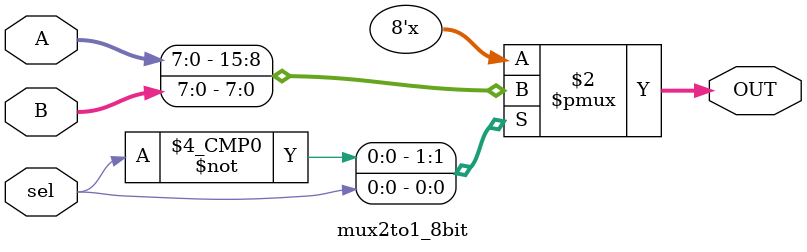
<source format=v>
module mux2to1_8bit (
input [7:0] A,
input [7:0] B,
input sel ,
output reg [7:0] OUT
);
always @(A or B or sel)
    begin
        case ( sel)
            1'b0 : OUT = A;
            1'b1 : OUT = B;
        endcase
    end

endmodule
</source>
